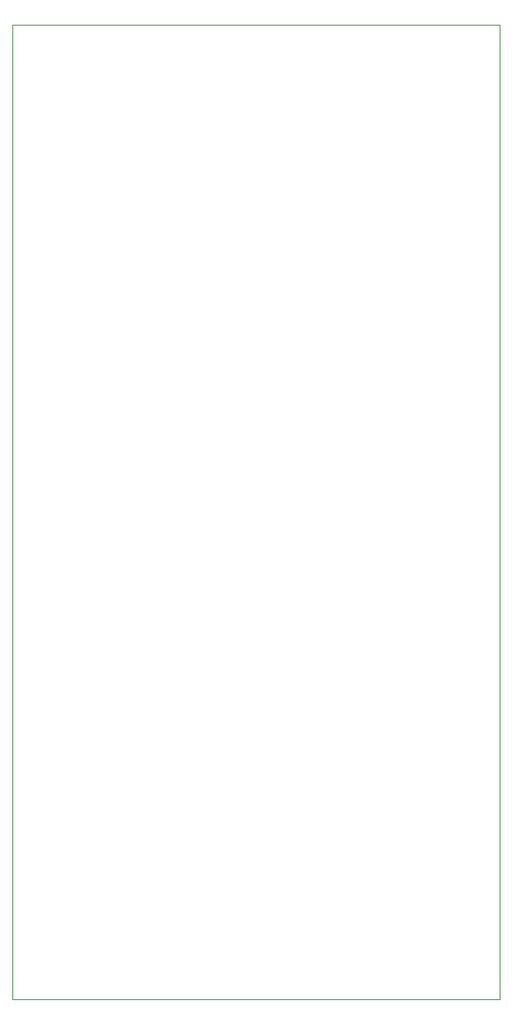
<source format=gm1>
%TF.GenerationSoftware,KiCad,Pcbnew,9.0.4*%
%TF.CreationDate,2025-09-21T10:52:26+02:00*%
%TF.ProjectId,Spoke,53706f6b-652e-46b6-9963-61645f706362,2.0*%
%TF.SameCoordinates,PX5f5e100PY5f5e100*%
%TF.FileFunction,Profile,NP*%
%FSLAX46Y46*%
G04 Gerber Fmt 4.6, Leading zero omitted, Abs format (unit mm)*
G04 Created by KiCad (PCBNEW 9.0.4) date 2025-09-21 10:52:26*
%MOMM*%
%LPD*%
G01*
G04 APERTURE LIST*
%TA.AperFunction,Profile*%
%ADD10C,0.100000*%
%TD*%
G04 APERTURE END LIST*
D10*
X-25000000Y50000000D02*
X25000000Y50000000D01*
X25000000Y-50000000D01*
X-25000000Y-50000000D01*
X-25000000Y50000000D01*
M02*

</source>
